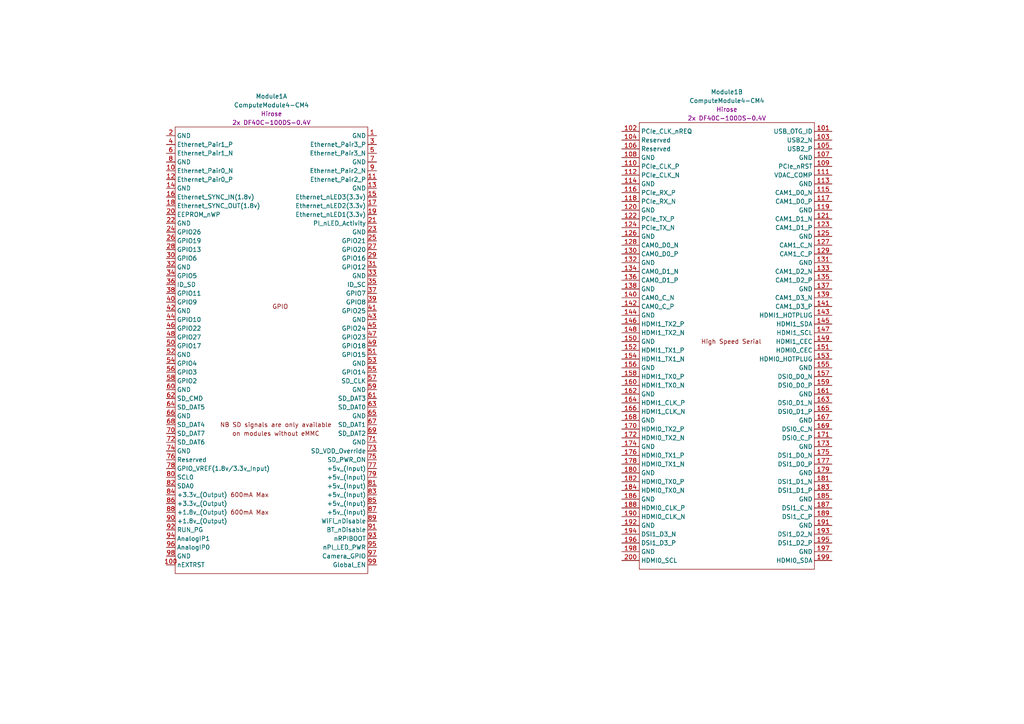
<source format=kicad_sch>
(kicad_sch (version 20230121) (generator eeschema)
  (paper "A4")
  (lib_symbols
    (symbol "CM4IO:ComputeModule4-CM4"
      (property "Reference" "Module" (at 113.03 -68.58 0))
      (property "Value" "ComputeModule4-CM4" (at 140.97 2.54 0))
      (property "Field4" "Hirose" (at 0 0 0))
      (property "Field5" "2x DF40C-100DS-0.4V" (at 0 -2.54 0))
      (symbol "ComputeModule4-CM4_1_0"
        (text "GPIO" (at 0 6.35 0) (effects (font (size 1.27 1.27))))
      )
      (symbol "ComputeModule4-CM4_1_1"
        (rectangle (start -30.48 -71.12) (end 25.4 58.42))
        (text "600mA Max" (at -8.89 -53.34 0) (effects (font (size 1.27 1.27))))
        (text "600mA Max" (at -8.89 -48.26 0) (effects (font (size 1.27 1.27))))
        (text "NB SD signals are only available" (at -1.27 -27.94 0) (effects (font (size 1.27 1.27))))
        (text "on modules without eMMC" (at -1.27 -30.48 0) (effects (font (size 1.27 1.27))))
        (pin power_in line (at 27.94 55.88 180) (length 2.54) (name "GND") (number "1"))
        (pin passive line (at -33.02 45.72 0) (length 2.54) (name "Ethernet_Pair0_N") (number "10"))
        (pin output line (at -33.02 -68.58 0) (length 2.54) (name "nEXTRST") (number "100"))
        (pin passive line (at 27.94 43.18 180) (length 2.54) (name "Ethernet_Pair2_P") (number "11"))
        (pin passive line (at -33.02 43.18 0) (length 2.54) (name "Ethernet_Pair0_P") (number "12"))
        (pin power_in line (at 27.94 40.64 180) (length 2.54) (name "GND") (number "13"))
        (pin power_in line (at -33.02 40.64 0) (length 2.54) (name "GND") (number "14"))
        (pin output line (at 27.94 38.1 180) (length 2.54) (name "Ethernet_nLED3(3.3v)") (number "15"))
        (pin input line (at -33.02 38.1 0) (length 2.54) (name "Ethernet_SYNC_IN(1.8v)") (number "16"))
        (pin output line (at 27.94 35.56 180) (length 2.54) (name "Ethernet_nLED2(3.3v)") (number "17"))
        (pin input line (at -33.02 35.56 0) (length 2.54) (name "Ethernet_SYNC_OUT(1.8v)") (number "18"))
        (pin output line (at 27.94 33.02 180) (length 2.54) (name "Ethernet_nLED1(3.3v)") (number "19"))
        (pin power_in line (at -33.02 55.88 0) (length 2.54) (name "GND") (number "2"))
        (pin passive line (at -33.02 33.02 0) (length 2.54) (name "EEPROM_nWP") (number "20"))
        (pin open_collector line (at 27.94 30.48 180) (length 2.54) (name "PI_nLED_Activity") (number "21"))
        (pin power_in line (at -33.02 30.48 0) (length 2.54) (name "GND") (number "22"))
        (pin power_in line (at 27.94 27.94 180) (length 2.54) (name "GND") (number "23"))
        (pin passive line (at -33.02 27.94 0) (length 2.54) (name "GPIO26") (number "24"))
        (pin passive line (at 27.94 25.4 180) (length 2.54) (name "GPIO21") (number "25"))
        (pin passive line (at -33.02 25.4 0) (length 2.54) (name "GPIO19") (number "26"))
        (pin passive line (at 27.94 22.86 180) (length 2.54) (name "GPIO20") (number "27"))
        (pin passive line (at -33.02 22.86 0) (length 2.54) (name "GPIO13") (number "28"))
        (pin passive line (at 27.94 20.32 180) (length 2.54) (name "GPIO16") (number "29"))
        (pin passive line (at 27.94 53.34 180) (length 2.54) (name "Ethernet_Pair3_P") (number "3"))
        (pin passive line (at -33.02 20.32 0) (length 2.54) (name "GPIO6") (number "30"))
        (pin passive line (at 27.94 17.78 180) (length 2.54) (name "GPIO12") (number "31"))
        (pin power_in line (at -33.02 17.78 0) (length 2.54) (name "GND") (number "32"))
        (pin power_in line (at 27.94 15.24 180) (length 2.54) (name "GND") (number "33"))
        (pin passive line (at -33.02 15.24 0) (length 2.54) (name "GPIO5") (number "34"))
        (pin passive line (at 27.94 12.7 180) (length 2.54) (name "ID_SC") (number "35"))
        (pin passive line (at -33.02 12.7 0) (length 2.54) (name "ID_SD") (number "36"))
        (pin passive line (at 27.94 10.16 180) (length 2.54) (name "GPIO7") (number "37"))
        (pin passive line (at -33.02 10.16 0) (length 2.54) (name "GPIO11") (number "38"))
        (pin passive line (at 27.94 7.62 180) (length 2.54) (name "GPIO8") (number "39"))
        (pin passive line (at -33.02 53.34 0) (length 2.54) (name "Ethernet_Pair1_P") (number "4"))
        (pin passive line (at -33.02 7.62 0) (length 2.54) (name "GPIO9") (number "40"))
        (pin passive line (at 27.94 5.08 180) (length 2.54) (name "GPIO25") (number "41"))
        (pin power_in line (at -33.02 5.08 0) (length 2.54) (name "GND") (number "42"))
        (pin power_in line (at 27.94 2.54 180) (length 2.54) (name "GND") (number "43"))
        (pin passive line (at -33.02 2.54 0) (length 2.54) (name "GPIO10") (number "44"))
        (pin passive line (at 27.94 0 180) (length 2.54) (name "GPIO24") (number "45"))
        (pin passive line (at -33.02 0 0) (length 2.54) (name "GPIO22") (number "46"))
        (pin passive line (at 27.94 -2.54 180) (length 2.54) (name "GPIO23") (number "47"))
        (pin passive line (at -33.02 -2.54 0) (length 2.54) (name "GPIO27") (number "48"))
        (pin passive line (at 27.94 -5.08 180) (length 2.54) (name "GPIO18") (number "49"))
        (pin passive line (at 27.94 50.8 180) (length 2.54) (name "Ethernet_Pair3_N") (number "5"))
        (pin passive line (at -33.02 -5.08 0) (length 2.54) (name "GPIO17") (number "50"))
        (pin passive line (at 27.94 -7.62 180) (length 2.54) (name "GPIO15") (number "51"))
        (pin power_in line (at -33.02 -7.62 0) (length 2.54) (name "GND") (number "52"))
        (pin power_in line (at 27.94 -10.16 180) (length 2.54) (name "GND") (number "53"))
        (pin passive line (at -33.02 -10.16 0) (length 2.54) (name "GPIO4") (number "54"))
        (pin passive line (at 27.94 -12.7 180) (length 2.54) (name "GPIO14") (number "55"))
        (pin passive line (at -33.02 -12.7 0) (length 2.54) (name "GPIO3") (number "56"))
        (pin passive line (at 27.94 -15.24 180) (length 2.54) (name "SD_CLK") (number "57"))
        (pin passive line (at -33.02 -15.24 0) (length 2.54) (name "GPIO2") (number "58"))
        (pin power_in line (at 27.94 -17.78 180) (length 2.54) (name "GND") (number "59"))
        (pin passive line (at -33.02 50.8 0) (length 2.54) (name "Ethernet_Pair1_N") (number "6"))
        (pin power_in line (at -33.02 -17.78 0) (length 2.54) (name "GND") (number "60"))
        (pin passive line (at 27.94 -20.32 180) (length 2.54) (name "SD_DAT3") (number "61"))
        (pin passive line (at -33.02 -20.32 0) (length 2.54) (name "SD_CMD") (number "62"))
        (pin passive line (at 27.94 -22.86 180) (length 2.54) (name "SD_DAT0") (number "63"))
        (pin passive line (at -33.02 -22.86 0) (length 2.54) (name "SD_DAT5") (number "64"))
        (pin power_in line (at 27.94 -25.4 180) (length 2.54) (name "GND") (number "65"))
        (pin power_in line (at -33.02 -25.4 0) (length 2.54) (name "GND") (number "66"))
        (pin passive line (at 27.94 -27.94 180) (length 2.54) (name "SD_DAT1") (number "67"))
        (pin passive line (at -33.02 -27.94 0) (length 2.54) (name "SD_DAT4") (number "68"))
        (pin passive line (at 27.94 -30.48 180) (length 2.54) (name "SD_DAT2") (number "69"))
        (pin power_in line (at 27.94 48.26 180) (length 2.54) (name "GND") (number "7"))
        (pin passive line (at -33.02 -30.48 0) (length 2.54) (name "SD_DAT7") (number "70"))
        (pin power_in line (at 27.94 -33.02 180) (length 2.54) (name "GND") (number "71"))
        (pin passive line (at -33.02 -33.02 0) (length 2.54) (name "SD_DAT6") (number "72"))
        (pin input line (at 27.94 -35.56 180) (length 2.54) (name "SD_VDD_Override") (number "73"))
        (pin power_in line (at -33.02 -35.56 0) (length 2.54) (name "GND") (number "74"))
        (pin output line (at 27.94 -38.1 180) (length 2.54) (name "SD_PWR_ON") (number "75"))
        (pin passive line (at -33.02 -38.1 0) (length 2.54) (name "Reserved") (number "76"))
        (pin power_in line (at 27.94 -40.64 180) (length 2.54) (name "+5v_(Input)") (number "77"))
        (pin power_in line (at -33.02 -40.64 0) (length 2.54) (name "GPIO_VREF(1.8v/3.3v_Input)") (number "78"))
        (pin power_in line (at 27.94 -43.18 180) (length 2.54) (name "+5v_(Input)") (number "79"))
        (pin power_in line (at -33.02 48.26 0) (length 2.54) (name "GND") (number "8"))
        (pin passive line (at -33.02 -43.18 0) (length 2.54) (name "SCL0") (number "80"))
        (pin power_in line (at 27.94 -45.72 180) (length 2.54) (name "+5v_(Input)") (number "81"))
        (pin passive line (at -33.02 -45.72 0) (length 2.54) (name "SDA0") (number "82"))
        (pin power_in line (at 27.94 -48.26 180) (length 2.54) (name "+5v_(Input)") (number "83"))
        (pin power_out line (at -33.02 -48.26 0) (length 2.54) (name "+3.3v_(Output)") (number "84"))
        (pin power_in line (at 27.94 -50.8 180) (length 2.54) (name "+5v_(Input)") (number "85"))
        (pin power_out line (at -33.02 -50.8 0) (length 2.54) (name "+3.3v_(Output)") (number "86"))
        (pin power_in line (at 27.94 -53.34 180) (length 2.54) (name "+5v_(Input)") (number "87"))
        (pin power_out line (at -33.02 -53.34 0) (length 2.54) (name "+1.8v_(Output)") (number "88"))
        (pin power_in line (at 27.94 -55.88 180) (length 2.54) (name "WiFi_nDisable") (number "89"))
        (pin passive line (at 27.94 45.72 180) (length 2.54) (name "Ethernet_Pair2_N") (number "9"))
        (pin power_out line (at -33.02 -55.88 0) (length 2.54) (name "+1.8v_(Output)") (number "90"))
        (pin power_in line (at 27.94 -58.42 180) (length 2.54) (name "BT_nDisable") (number "91"))
        (pin passive line (at -33.02 -58.42 0) (length 2.54) (name "RUN_PG") (number "92"))
        (pin input line (at 27.94 -60.96 180) (length 2.54) (name "nRPIBOOT") (number "93"))
        (pin passive line (at -33.02 -60.96 0) (length 2.54) (name "AnalogIP1") (number "94"))
        (pin output line (at 27.94 -63.5 180) (length 2.54) (name "nPI_LED_PWR") (number "95"))
        (pin passive line (at -33.02 -63.5 0) (length 2.54) (name "AnalogIP0") (number "96"))
        (pin passive line (at 27.94 -66.04 180) (length 2.54) (name "Camera_GPIO") (number "97"))
        (pin power_in line (at -33.02 -66.04 0) (length 2.54) (name "GND") (number "98"))
        (pin input line (at 27.94 -68.58 180) (length 2.54) (name "Global_EN") (number "99"))
      )
      (symbol "ComputeModule4-CM4_2_1"
        (rectangle (start 114.3 -66.04) (end 165.1 63.5))
        (text "High Speed Serial" (at 140.97 0 0) (effects (font (size 1.27 1.27))))
        (pin input line (at 170.18 60.96 180) (length 5.08) (name "USB_OTG_ID") (number "101"))
        (pin input line (at 109.22 60.96 0) (length 5.08) (name "PCIe_CLK_nREQ") (number "102"))
        (pin passive line (at 170.18 58.42 180) (length 5.08) (name "USB2_N") (number "103"))
        (pin passive line (at 109.22 58.42 0) (length 5.08) (name "Reserved") (number "104"))
        (pin passive line (at 170.18 55.88 180) (length 5.08) (name "USB2_P") (number "105"))
        (pin passive line (at 109.22 55.88 0) (length 5.08) (name "Reserved") (number "106"))
        (pin power_in line (at 170.18 53.34 180) (length 5.08) (name "GND") (number "107"))
        (pin power_in line (at 109.22 53.34 0) (length 5.08) (name "GND") (number "108"))
        (pin bidirectional line (at 170.18 50.8 180) (length 5.08) (name "PCIe_nRST") (number "109"))
        (pin output line (at 109.22 50.8 0) (length 5.08) (name "PCIe_CLK_P") (number "110"))
        (pin passive line (at 170.18 48.26 180) (length 5.08) (name "VDAC_COMP") (number "111"))
        (pin output line (at 109.22 48.26 0) (length 5.08) (name "PCIe_CLK_N") (number "112"))
        (pin power_in line (at 170.18 45.72 180) (length 5.08) (name "GND") (number "113"))
        (pin power_in line (at 109.22 45.72 0) (length 5.08) (name "GND") (number "114"))
        (pin input line (at 170.18 43.18 180) (length 5.08) (name "CAM1_D0_N") (number "115"))
        (pin input line (at 109.22 43.18 0) (length 5.08) (name "PCIe_RX_P") (number "116"))
        (pin input line (at 170.18 40.64 180) (length 5.08) (name "CAM1_D0_P") (number "117"))
        (pin input line (at 109.22 40.64 0) (length 5.08) (name "PCIe_RX_N") (number "118"))
        (pin power_in line (at 170.18 38.1 180) (length 5.08) (name "GND") (number "119"))
        (pin power_in line (at 109.22 38.1 0) (length 5.08) (name "GND") (number "120"))
        (pin input line (at 170.18 35.56 180) (length 5.08) (name "CAM1_D1_N") (number "121"))
        (pin output line (at 109.22 35.56 0) (length 5.08) (name "PCIe_TX_P") (number "122"))
        (pin input line (at 170.18 33.02 180) (length 5.08) (name "CAM1_D1_P") (number "123"))
        (pin output line (at 109.22 33.02 0) (length 5.08) (name "PCIe_TX_N") (number "124"))
        (pin power_in line (at 170.18 30.48 180) (length 5.08) (name "GND") (number "125"))
        (pin power_in line (at 109.22 30.48 0) (length 5.08) (name "GND") (number "126"))
        (pin input line (at 170.18 27.94 180) (length 5.08) (name "CAM1_C_N") (number "127"))
        (pin input line (at 109.22 27.94 0) (length 5.08) (name "CAM0_D0_N") (number "128"))
        (pin input line (at 170.18 25.4 180) (length 5.08) (name "CAM1_C_P") (number "129"))
        (pin input line (at 109.22 25.4 0) (length 5.08) (name "CAM0_D0_P") (number "130"))
        (pin power_in line (at 170.18 22.86 180) (length 5.08) (name "GND") (number "131"))
        (pin power_in line (at 109.22 22.86 0) (length 5.08) (name "GND") (number "132"))
        (pin input line (at 170.18 20.32 180) (length 5.08) (name "CAM1_D2_N") (number "133"))
        (pin input line (at 109.22 20.32 0) (length 5.08) (name "CAM0_D1_N") (number "134"))
        (pin input line (at 170.18 17.78 180) (length 5.08) (name "CAM1_D2_P") (number "135"))
        (pin input line (at 109.22 17.78 0) (length 5.08) (name "CAM0_D1_P") (number "136"))
        (pin power_in line (at 170.18 15.24 180) (length 5.08) (name "GND") (number "137"))
        (pin power_in line (at 109.22 15.24 0) (length 5.08) (name "GND") (number "138"))
        (pin input line (at 170.18 12.7 180) (length 5.08) (name "CAM1_D3_N") (number "139"))
        (pin input line (at 109.22 12.7 0) (length 5.08) (name "CAM0_C_N") (number "140"))
        (pin input line (at 170.18 10.16 180) (length 5.08) (name "CAM1_D3_P") (number "141"))
        (pin input line (at 109.22 10.16 0) (length 5.08) (name "CAM0_C_P") (number "142"))
        (pin input line (at 170.18 7.62 180) (length 5.08) (name "HDMI1_HOTPLUG") (number "143"))
        (pin power_in line (at 109.22 7.62 0) (length 5.08) (name "GND") (number "144"))
        (pin bidirectional line (at 170.18 5.08 180) (length 5.08) (name "HDMI1_SDA") (number "145"))
        (pin output line (at 109.22 5.08 0) (length 5.08) (name "HDMI1_TX2_P") (number "146"))
        (pin open_collector line (at 170.18 2.54 180) (length 5.08) (name "HDMI1_SCL") (number "147"))
        (pin output line (at 109.22 2.54 0) (length 5.08) (name "HDMI1_TX2_N") (number "148"))
        (pin open_collector line (at 170.18 0 180) (length 5.08) (name "HDMI1_CEC") (number "149"))
        (pin power_in line (at 109.22 0 0) (length 5.08) (name "GND") (number "150"))
        (pin open_collector line (at 170.18 -2.54 180) (length 5.08) (name "HDMI0_CEC") (number "151"))
        (pin output line (at 109.22 -2.54 0) (length 5.08) (name "HDMI1_TX1_P") (number "152"))
        (pin input line (at 170.18 -5.08 180) (length 5.08) (name "HDMI0_HOTPLUG") (number "153"))
        (pin output line (at 109.22 -5.08 0) (length 5.08) (name "HDMI1_TX1_N") (number "154"))
        (pin power_in line (at 170.18 -7.62 180) (length 5.08) (name "GND") (number "155"))
        (pin power_in line (at 109.22 -7.62 0) (length 5.08) (name "GND") (number "156"))
        (pin output line (at 170.18 -10.16 180) (length 5.08) (name "DSI0_D0_N") (number "157"))
        (pin output line (at 109.22 -10.16 0) (length 5.08) (name "HDMI1_TX0_P") (number "158"))
        (pin output line (at 170.18 -12.7 180) (length 5.08) (name "DSI0_D0_P") (number "159"))
        (pin output line (at 109.22 -12.7 0) (length 5.08) (name "HDMI1_TX0_N") (number "160"))
        (pin power_in line (at 170.18 -15.24 180) (length 5.08) (name "GND") (number "161"))
        (pin power_in line (at 109.22 -15.24 0) (length 5.08) (name "GND") (number "162"))
        (pin output line (at 170.18 -17.78 180) (length 5.08) (name "DSI0_D1_N") (number "163"))
        (pin output line (at 109.22 -17.78 0) (length 5.08) (name "HDMI1_CLK_P") (number "164"))
        (pin output line (at 170.18 -20.32 180) (length 5.08) (name "DSI0_D1_P") (number "165"))
        (pin output line (at 109.22 -20.32 0) (length 5.08) (name "HDMI1_CLK_N") (number "166"))
        (pin power_in line (at 170.18 -22.86 180) (length 5.08) (name "GND") (number "167"))
        (pin power_in line (at 109.22 -22.86 0) (length 5.08) (name "GND") (number "168"))
        (pin output line (at 170.18 -25.4 180) (length 5.08) (name "DSI0_C_N") (number "169"))
        (pin output line (at 109.22 -25.4 0) (length 5.08) (name "HDMI0_TX2_P") (number "170"))
        (pin output line (at 170.18 -27.94 180) (length 5.08) (name "DSI0_C_P") (number "171"))
        (pin output line (at 109.22 -27.94 0) (length 5.08) (name "HDMI0_TX2_N") (number "172"))
        (pin power_in line (at 170.18 -30.48 180) (length 5.08) (name "GND") (number "173"))
        (pin power_in line (at 109.22 -30.48 0) (length 5.08) (name "GND") (number "174"))
        (pin output line (at 170.18 -33.02 180) (length 5.08) (name "DSI1_D0_N") (number "175"))
        (pin output line (at 109.22 -33.02 0) (length 5.08) (name "HDMI0_TX1_P") (number "176"))
        (pin output line (at 170.18 -35.56 180) (length 5.08) (name "DSI1_D0_P") (number "177"))
        (pin output line (at 109.22 -35.56 0) (length 5.08) (name "HDMI0_TX1_N") (number "178"))
        (pin power_in line (at 170.18 -38.1 180) (length 5.08) (name "GND") (number "179"))
        (pin power_in line (at 109.22 -38.1 0) (length 5.08) (name "GND") (number "180"))
        (pin output line (at 170.18 -40.64 180) (length 5.08) (name "DSI1_D1_N") (number "181"))
        (pin output line (at 109.22 -40.64 0) (length 5.08) (name "HDMI0_TX0_P") (number "182"))
        (pin output line (at 170.18 -43.18 180) (length 5.08) (name "DSI1_D1_P") (number "183"))
        (pin output line (at 109.22 -43.18 0) (length 5.08) (name "HDMI0_TX0_N") (number "184"))
        (pin power_in line (at 170.18 -45.72 180) (length 5.08) (name "GND") (number "185"))
        (pin power_in line (at 109.22 -45.72 0) (length 5.08) (name "GND") (number "186"))
        (pin output line (at 170.18 -48.26 180) (length 5.08) (name "DSI1_C_N") (number "187"))
        (pin output line (at 109.22 -48.26 0) (length 5.08) (name "HDMI0_CLK_P") (number "188"))
        (pin output line (at 170.18 -50.8 180) (length 5.08) (name "DSI1_C_P") (number "189"))
        (pin output line (at 109.22 -50.8 0) (length 5.08) (name "HDMI0_CLK_N") (number "190"))
        (pin power_in line (at 170.18 -53.34 180) (length 5.08) (name "GND") (number "191"))
        (pin power_in line (at 109.22 -53.34 0) (length 5.08) (name "GND") (number "192"))
        (pin output line (at 170.18 -55.88 180) (length 5.08) (name "DSI1_D2_N") (number "193"))
        (pin output line (at 109.22 -55.88 0) (length 5.08) (name "DSI1_D3_N") (number "194"))
        (pin output line (at 170.18 -58.42 180) (length 5.08) (name "DSI1_D2_P") (number "195"))
        (pin output line (at 109.22 -58.42 0) (length 5.08) (name "DSI1_D3_P") (number "196"))
        (pin power_in line (at 170.18 -60.96 180) (length 5.08) (name "GND") (number "197"))
        (pin power_in line (at 109.22 -60.96 0) (length 5.08) (name "GND") (number "198"))
        (pin bidirectional line (at 170.18 -63.5 180) (length 5.08) (name "HDMI0_SDA") (number "199"))
        (pin open_collector line (at 109.22 -63.5 0) (length 5.08) (name "HDMI0_SCL") (number "200"))
      )
    )
  )
  (symbol (lib_id "CM4IO:ComputeModule4-CM4") (at 71.12 99.06 0) (unit 2)
    (property "Reference" "Module1" (at 210.82 26.67 0))
    (property "Value" "ComputeModule4-CM4" (at 210.82 29.21 0))
    (property "Footprint" "CM4IO:Raspberry-Pi-4-Compute-Module" (effects hide))
    (property "Field4" "Hirose" (at 210.82 31.75 0))
    (property "Field5" "2x DF40C-100DS-0.4V" (at 210.82 34.29 0))
  )
  (symbol (lib_id "CM4IO:ComputeModule4-CM4") (at 81.28 95.25 0) (unit 1)
    (property "Reference" "Module1" (at 78.74 27.94 0))
    (property "Value" "ComputeModule4-CM4" (at 78.74 30.48 0))
    (property "Footprint" "CM4IO:Raspberry-Pi-4-Compute-Module" (effects hide))
    (property "Field4" "Hirose" (at 78.74 33.02 0))
    (property "Field5" "2x DF40C-100DS-0.4V" (at 78.74 35.56 0))
  )
)
</source>
